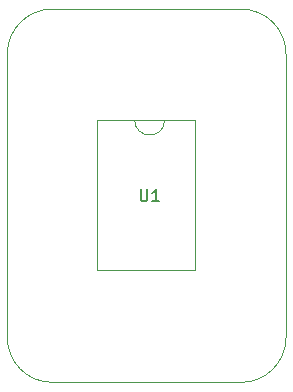
<source format=gbr>
%TF.GenerationSoftware,KiCad,Pcbnew,4.0.5-e0-6337~49~ubuntu16.04.1*%
%TF.CreationDate,2017-01-20T21:28:30-08:00*%
%TF.ProjectId,3x4-555-Timer-8DIP-Breakout,3378342D3535352D54696D65722D3844,1.0*%
%TF.FileFunction,Other,Fab,Top*%
%FSLAX46Y46*%
G04 Gerber Fmt 4.6, Leading zero omitted, Abs format (unit mm)*
G04 Created by KiCad (PCBNEW 4.0.5-e0-6337~49~ubuntu16.04.1) date Fri Jan 20 21:28:30 2017*
%MOMM*%
%LPD*%
G01*
G04 APERTURE LIST*
%ADD10C,0.350000*%
%ADD11C,0.100000*%
%ADD12C,0.050000*%
%ADD13C,0.150000*%
G04 APERTURE END LIST*
D10*
D11*
X141906720Y-89087960D02*
G75*
G03X144446720Y-89087960I1270000J0D01*
G01*
X146986720Y-89087960D02*
X138731720Y-89087960D01*
X146986720Y-101787960D02*
X146986720Y-89087960D01*
X138731720Y-101787960D02*
X146986720Y-101787960D01*
X138731720Y-89087960D02*
X138731720Y-101787960D01*
D12*
X134921720Y-111302960D02*
X150921720Y-111302960D01*
X131121720Y-83502960D02*
X131121720Y-107502960D01*
X154721720Y-83502960D02*
X154721720Y-107502960D01*
X134921720Y-79702960D02*
X150921720Y-79702960D01*
X134921720Y-79702960D02*
G75*
G03X131121720Y-83502960I0J-3800000D01*
G01*
X131121720Y-107502960D02*
G75*
G03X134921720Y-111302960I3800000J0D01*
G01*
X150921720Y-111302960D02*
G75*
G03X154721720Y-107502960I0J3800000D01*
G01*
X154721720Y-83502960D02*
G75*
G03X150921720Y-79702960I-3800000J0D01*
G01*
D13*
X142409815Y-94955341D02*
X142409815Y-95764865D01*
X142457434Y-95860103D01*
X142505053Y-95907722D01*
X142600291Y-95955341D01*
X142790768Y-95955341D01*
X142886006Y-95907722D01*
X142933625Y-95860103D01*
X142981244Y-95764865D01*
X142981244Y-94955341D01*
X143981244Y-95955341D02*
X143409815Y-95955341D01*
X143695529Y-95955341D02*
X143695529Y-94955341D01*
X143600291Y-95098198D01*
X143505053Y-95193436D01*
X143409815Y-95241055D01*
M02*

</source>
